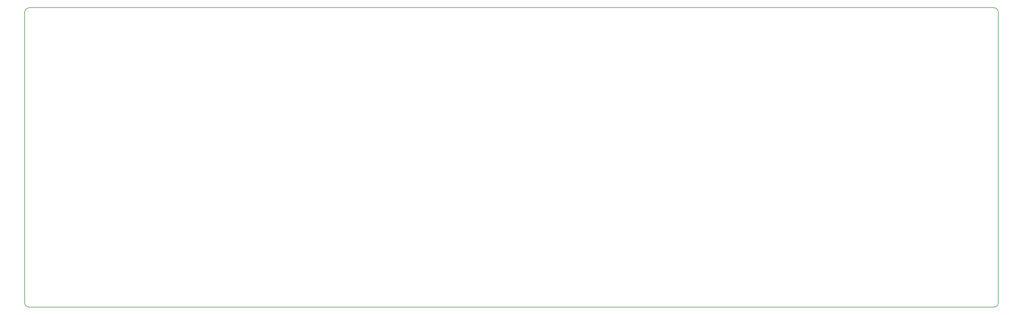
<source format=gbr>
G04 #@! TF.GenerationSoftware,KiCad,Pcbnew,(5.1.9-0-10_14)*
G04 #@! TF.CreationDate,2021-04-10T11:07:08+01:00*
G04 #@! TF.ProjectId,Draytronics-Elise-PCB V1,44726179-7472-46f6-9e69-63732d456c69,rev?*
G04 #@! TF.SameCoordinates,Original*
G04 #@! TF.FileFunction,Profile,NP*
%FSLAX46Y46*%
G04 Gerber Fmt 4.6, Leading zero omitted, Abs format (unit mm)*
G04 Created by KiCad (PCBNEW (5.1.9-0-10_14)) date 2021-04-10 11:07:08*
%MOMM*%
%LPD*%
G01*
G04 APERTURE LIST*
G04 #@! TA.AperFunction,Profile*
%ADD10C,0.200000*%
G04 #@! TD*
G04 APERTURE END LIST*
D10*
X328618145Y-118178614D02*
G75*
G02*
X327120800Y-119669992I-1461065J-30446D01*
G01*
X327120790Y-26218270D02*
G75*
G02*
X328615040Y-27678380I33750J-1460110D01*
G01*
X24823420Y-27678380D02*
G75*
G02*
X26283920Y-26217880I1460500J0D01*
G01*
X26281380Y-119672155D02*
G75*
G02*
X24820880Y-118198900I0J1460555D01*
G01*
X26283920Y-26217880D02*
X327120790Y-26218270D01*
X24820880Y-118198900D02*
X24823420Y-27678380D01*
X327120800Y-119669992D02*
X26281380Y-119672155D01*
X328615040Y-27678380D02*
X328619800Y-118178580D01*
M02*

</source>
